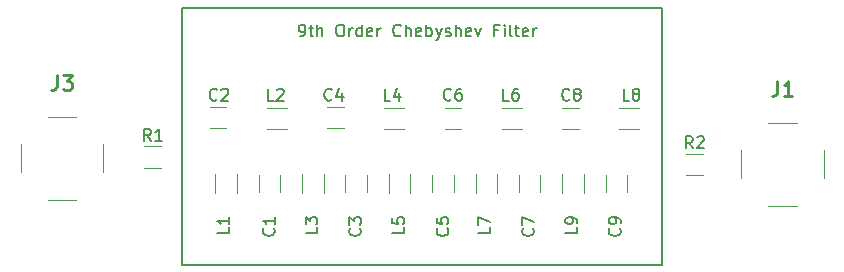
<source format=gbr>
%TF.GenerationSoftware,KiCad,Pcbnew,7.0.8-7.0.8~ubuntu22.04.1*%
%TF.CreationDate,2023-10-03T21:39:05-05:00*%
%TF.ProjectId,bandpass_filter,62616e64-7061-4737-935f-66696c746572,rev?*%
%TF.SameCoordinates,Original*%
%TF.FileFunction,Legend,Top*%
%TF.FilePolarity,Positive*%
%FSLAX46Y46*%
G04 Gerber Fmt 4.6, Leading zero omitted, Abs format (unit mm)*
G04 Created by KiCad (PCBNEW 7.0.8-7.0.8~ubuntu22.04.1) date 2023-10-03 21:39:05*
%MOMM*%
%LPD*%
G01*
G04 APERTURE LIST*
%ADD10C,0.150000*%
%ADD11C,0.254000*%
%ADD12C,0.120000*%
%ADD13C,0.100000*%
G04 APERTURE END LIST*
D10*
X48260000Y-46682966D02*
X88900000Y-46682966D01*
X88900000Y-68440677D01*
X48260000Y-68440677D01*
X48260000Y-46682966D01*
X86090392Y-54544485D02*
X85614202Y-54544485D01*
X85614202Y-54544485D02*
X85614202Y-53544485D01*
X86566583Y-53973056D02*
X86471345Y-53925437D01*
X86471345Y-53925437D02*
X86423726Y-53877818D01*
X86423726Y-53877818D02*
X86376107Y-53782580D01*
X86376107Y-53782580D02*
X86376107Y-53734961D01*
X86376107Y-53734961D02*
X86423726Y-53639723D01*
X86423726Y-53639723D02*
X86471345Y-53592104D01*
X86471345Y-53592104D02*
X86566583Y-53544485D01*
X86566583Y-53544485D02*
X86757059Y-53544485D01*
X86757059Y-53544485D02*
X86852297Y-53592104D01*
X86852297Y-53592104D02*
X86899916Y-53639723D01*
X86899916Y-53639723D02*
X86947535Y-53734961D01*
X86947535Y-53734961D02*
X86947535Y-53782580D01*
X86947535Y-53782580D02*
X86899916Y-53877818D01*
X86899916Y-53877818D02*
X86852297Y-53925437D01*
X86852297Y-53925437D02*
X86757059Y-53973056D01*
X86757059Y-53973056D02*
X86566583Y-53973056D01*
X86566583Y-53973056D02*
X86471345Y-54020675D01*
X86471345Y-54020675D02*
X86423726Y-54068294D01*
X86423726Y-54068294D02*
X86376107Y-54163532D01*
X86376107Y-54163532D02*
X86376107Y-54354008D01*
X86376107Y-54354008D02*
X86423726Y-54449246D01*
X86423726Y-54449246D02*
X86471345Y-54496866D01*
X86471345Y-54496866D02*
X86566583Y-54544485D01*
X86566583Y-54544485D02*
X86757059Y-54544485D01*
X86757059Y-54544485D02*
X86852297Y-54496866D01*
X86852297Y-54496866D02*
X86899916Y-54449246D01*
X86899916Y-54449246D02*
X86947535Y-54354008D01*
X86947535Y-54354008D02*
X86947535Y-54163532D01*
X86947535Y-54163532D02*
X86899916Y-54068294D01*
X86899916Y-54068294D02*
X86852297Y-54020675D01*
X86852297Y-54020675D02*
X86757059Y-53973056D01*
X81010392Y-54449246D02*
X80962773Y-54496866D01*
X80962773Y-54496866D02*
X80819916Y-54544485D01*
X80819916Y-54544485D02*
X80724678Y-54544485D01*
X80724678Y-54544485D02*
X80581821Y-54496866D01*
X80581821Y-54496866D02*
X80486583Y-54401627D01*
X80486583Y-54401627D02*
X80438964Y-54306389D01*
X80438964Y-54306389D02*
X80391345Y-54115913D01*
X80391345Y-54115913D02*
X80391345Y-53973056D01*
X80391345Y-53973056D02*
X80438964Y-53782580D01*
X80438964Y-53782580D02*
X80486583Y-53687342D01*
X80486583Y-53687342D02*
X80581821Y-53592104D01*
X80581821Y-53592104D02*
X80724678Y-53544485D01*
X80724678Y-53544485D02*
X80819916Y-53544485D01*
X80819916Y-53544485D02*
X80962773Y-53592104D01*
X80962773Y-53592104D02*
X81010392Y-53639723D01*
X81581821Y-53973056D02*
X81486583Y-53925437D01*
X81486583Y-53925437D02*
X81438964Y-53877818D01*
X81438964Y-53877818D02*
X81391345Y-53782580D01*
X81391345Y-53782580D02*
X81391345Y-53734961D01*
X81391345Y-53734961D02*
X81438964Y-53639723D01*
X81438964Y-53639723D02*
X81486583Y-53592104D01*
X81486583Y-53592104D02*
X81581821Y-53544485D01*
X81581821Y-53544485D02*
X81772297Y-53544485D01*
X81772297Y-53544485D02*
X81867535Y-53592104D01*
X81867535Y-53592104D02*
X81915154Y-53639723D01*
X81915154Y-53639723D02*
X81962773Y-53734961D01*
X81962773Y-53734961D02*
X81962773Y-53782580D01*
X81962773Y-53782580D02*
X81915154Y-53877818D01*
X81915154Y-53877818D02*
X81867535Y-53925437D01*
X81867535Y-53925437D02*
X81772297Y-53973056D01*
X81772297Y-53973056D02*
X81581821Y-53973056D01*
X81581821Y-53973056D02*
X81486583Y-54020675D01*
X81486583Y-54020675D02*
X81438964Y-54068294D01*
X81438964Y-54068294D02*
X81391345Y-54163532D01*
X81391345Y-54163532D02*
X81391345Y-54354008D01*
X81391345Y-54354008D02*
X81438964Y-54449246D01*
X81438964Y-54449246D02*
X81486583Y-54496866D01*
X81486583Y-54496866D02*
X81581821Y-54544485D01*
X81581821Y-54544485D02*
X81772297Y-54544485D01*
X81772297Y-54544485D02*
X81867535Y-54496866D01*
X81867535Y-54496866D02*
X81915154Y-54449246D01*
X81915154Y-54449246D02*
X81962773Y-54354008D01*
X81962773Y-54354008D02*
X81962773Y-54163532D01*
X81962773Y-54163532D02*
X81915154Y-54068294D01*
X81915154Y-54068294D02*
X81867535Y-54020675D01*
X81867535Y-54020675D02*
X81772297Y-53973056D01*
X58198293Y-49113435D02*
X58388769Y-49113435D01*
X58388769Y-49113435D02*
X58484007Y-49065816D01*
X58484007Y-49065816D02*
X58531626Y-49018196D01*
X58531626Y-49018196D02*
X58626864Y-48875339D01*
X58626864Y-48875339D02*
X58674483Y-48684863D01*
X58674483Y-48684863D02*
X58674483Y-48303911D01*
X58674483Y-48303911D02*
X58626864Y-48208673D01*
X58626864Y-48208673D02*
X58579245Y-48161054D01*
X58579245Y-48161054D02*
X58484007Y-48113435D01*
X58484007Y-48113435D02*
X58293531Y-48113435D01*
X58293531Y-48113435D02*
X58198293Y-48161054D01*
X58198293Y-48161054D02*
X58150674Y-48208673D01*
X58150674Y-48208673D02*
X58103055Y-48303911D01*
X58103055Y-48303911D02*
X58103055Y-48542006D01*
X58103055Y-48542006D02*
X58150674Y-48637244D01*
X58150674Y-48637244D02*
X58198293Y-48684863D01*
X58198293Y-48684863D02*
X58293531Y-48732482D01*
X58293531Y-48732482D02*
X58484007Y-48732482D01*
X58484007Y-48732482D02*
X58579245Y-48684863D01*
X58579245Y-48684863D02*
X58626864Y-48637244D01*
X58626864Y-48637244D02*
X58674483Y-48542006D01*
X58960198Y-48446768D02*
X59341150Y-48446768D01*
X59103055Y-48113435D02*
X59103055Y-48970577D01*
X59103055Y-48970577D02*
X59150674Y-49065816D01*
X59150674Y-49065816D02*
X59245912Y-49113435D01*
X59245912Y-49113435D02*
X59341150Y-49113435D01*
X59674484Y-49113435D02*
X59674484Y-48113435D01*
X60103055Y-49113435D02*
X60103055Y-48589625D01*
X60103055Y-48589625D02*
X60055436Y-48494387D01*
X60055436Y-48494387D02*
X59960198Y-48446768D01*
X59960198Y-48446768D02*
X59817341Y-48446768D01*
X59817341Y-48446768D02*
X59722103Y-48494387D01*
X59722103Y-48494387D02*
X59674484Y-48542006D01*
X61531627Y-48113435D02*
X61722103Y-48113435D01*
X61722103Y-48113435D02*
X61817341Y-48161054D01*
X61817341Y-48161054D02*
X61912579Y-48256292D01*
X61912579Y-48256292D02*
X61960198Y-48446768D01*
X61960198Y-48446768D02*
X61960198Y-48780101D01*
X61960198Y-48780101D02*
X61912579Y-48970577D01*
X61912579Y-48970577D02*
X61817341Y-49065816D01*
X61817341Y-49065816D02*
X61722103Y-49113435D01*
X61722103Y-49113435D02*
X61531627Y-49113435D01*
X61531627Y-49113435D02*
X61436389Y-49065816D01*
X61436389Y-49065816D02*
X61341151Y-48970577D01*
X61341151Y-48970577D02*
X61293532Y-48780101D01*
X61293532Y-48780101D02*
X61293532Y-48446768D01*
X61293532Y-48446768D02*
X61341151Y-48256292D01*
X61341151Y-48256292D02*
X61436389Y-48161054D01*
X61436389Y-48161054D02*
X61531627Y-48113435D01*
X62388770Y-49113435D02*
X62388770Y-48446768D01*
X62388770Y-48637244D02*
X62436389Y-48542006D01*
X62436389Y-48542006D02*
X62484008Y-48494387D01*
X62484008Y-48494387D02*
X62579246Y-48446768D01*
X62579246Y-48446768D02*
X62674484Y-48446768D01*
X63436389Y-49113435D02*
X63436389Y-48113435D01*
X63436389Y-49065816D02*
X63341151Y-49113435D01*
X63341151Y-49113435D02*
X63150675Y-49113435D01*
X63150675Y-49113435D02*
X63055437Y-49065816D01*
X63055437Y-49065816D02*
X63007818Y-49018196D01*
X63007818Y-49018196D02*
X62960199Y-48922958D01*
X62960199Y-48922958D02*
X62960199Y-48637244D01*
X62960199Y-48637244D02*
X63007818Y-48542006D01*
X63007818Y-48542006D02*
X63055437Y-48494387D01*
X63055437Y-48494387D02*
X63150675Y-48446768D01*
X63150675Y-48446768D02*
X63341151Y-48446768D01*
X63341151Y-48446768D02*
X63436389Y-48494387D01*
X64293532Y-49065816D02*
X64198294Y-49113435D01*
X64198294Y-49113435D02*
X64007818Y-49113435D01*
X64007818Y-49113435D02*
X63912580Y-49065816D01*
X63912580Y-49065816D02*
X63864961Y-48970577D01*
X63864961Y-48970577D02*
X63864961Y-48589625D01*
X63864961Y-48589625D02*
X63912580Y-48494387D01*
X63912580Y-48494387D02*
X64007818Y-48446768D01*
X64007818Y-48446768D02*
X64198294Y-48446768D01*
X64198294Y-48446768D02*
X64293532Y-48494387D01*
X64293532Y-48494387D02*
X64341151Y-48589625D01*
X64341151Y-48589625D02*
X64341151Y-48684863D01*
X64341151Y-48684863D02*
X63864961Y-48780101D01*
X64769723Y-49113435D02*
X64769723Y-48446768D01*
X64769723Y-48637244D02*
X64817342Y-48542006D01*
X64817342Y-48542006D02*
X64864961Y-48494387D01*
X64864961Y-48494387D02*
X64960199Y-48446768D01*
X64960199Y-48446768D02*
X65055437Y-48446768D01*
X66722104Y-49018196D02*
X66674485Y-49065816D01*
X66674485Y-49065816D02*
X66531628Y-49113435D01*
X66531628Y-49113435D02*
X66436390Y-49113435D01*
X66436390Y-49113435D02*
X66293533Y-49065816D01*
X66293533Y-49065816D02*
X66198295Y-48970577D01*
X66198295Y-48970577D02*
X66150676Y-48875339D01*
X66150676Y-48875339D02*
X66103057Y-48684863D01*
X66103057Y-48684863D02*
X66103057Y-48542006D01*
X66103057Y-48542006D02*
X66150676Y-48351530D01*
X66150676Y-48351530D02*
X66198295Y-48256292D01*
X66198295Y-48256292D02*
X66293533Y-48161054D01*
X66293533Y-48161054D02*
X66436390Y-48113435D01*
X66436390Y-48113435D02*
X66531628Y-48113435D01*
X66531628Y-48113435D02*
X66674485Y-48161054D01*
X66674485Y-48161054D02*
X66722104Y-48208673D01*
X67150676Y-49113435D02*
X67150676Y-48113435D01*
X67579247Y-49113435D02*
X67579247Y-48589625D01*
X67579247Y-48589625D02*
X67531628Y-48494387D01*
X67531628Y-48494387D02*
X67436390Y-48446768D01*
X67436390Y-48446768D02*
X67293533Y-48446768D01*
X67293533Y-48446768D02*
X67198295Y-48494387D01*
X67198295Y-48494387D02*
X67150676Y-48542006D01*
X68436390Y-49065816D02*
X68341152Y-49113435D01*
X68341152Y-49113435D02*
X68150676Y-49113435D01*
X68150676Y-49113435D02*
X68055438Y-49065816D01*
X68055438Y-49065816D02*
X68007819Y-48970577D01*
X68007819Y-48970577D02*
X68007819Y-48589625D01*
X68007819Y-48589625D02*
X68055438Y-48494387D01*
X68055438Y-48494387D02*
X68150676Y-48446768D01*
X68150676Y-48446768D02*
X68341152Y-48446768D01*
X68341152Y-48446768D02*
X68436390Y-48494387D01*
X68436390Y-48494387D02*
X68484009Y-48589625D01*
X68484009Y-48589625D02*
X68484009Y-48684863D01*
X68484009Y-48684863D02*
X68007819Y-48780101D01*
X68912581Y-49113435D02*
X68912581Y-48113435D01*
X68912581Y-48494387D02*
X69007819Y-48446768D01*
X69007819Y-48446768D02*
X69198295Y-48446768D01*
X69198295Y-48446768D02*
X69293533Y-48494387D01*
X69293533Y-48494387D02*
X69341152Y-48542006D01*
X69341152Y-48542006D02*
X69388771Y-48637244D01*
X69388771Y-48637244D02*
X69388771Y-48922958D01*
X69388771Y-48922958D02*
X69341152Y-49018196D01*
X69341152Y-49018196D02*
X69293533Y-49065816D01*
X69293533Y-49065816D02*
X69198295Y-49113435D01*
X69198295Y-49113435D02*
X69007819Y-49113435D01*
X69007819Y-49113435D02*
X68912581Y-49065816D01*
X69722105Y-48446768D02*
X69960200Y-49113435D01*
X70198295Y-48446768D02*
X69960200Y-49113435D01*
X69960200Y-49113435D02*
X69864962Y-49351530D01*
X69864962Y-49351530D02*
X69817343Y-49399149D01*
X69817343Y-49399149D02*
X69722105Y-49446768D01*
X70531629Y-49065816D02*
X70626867Y-49113435D01*
X70626867Y-49113435D02*
X70817343Y-49113435D01*
X70817343Y-49113435D02*
X70912581Y-49065816D01*
X70912581Y-49065816D02*
X70960200Y-48970577D01*
X70960200Y-48970577D02*
X70960200Y-48922958D01*
X70960200Y-48922958D02*
X70912581Y-48827720D01*
X70912581Y-48827720D02*
X70817343Y-48780101D01*
X70817343Y-48780101D02*
X70674486Y-48780101D01*
X70674486Y-48780101D02*
X70579248Y-48732482D01*
X70579248Y-48732482D02*
X70531629Y-48637244D01*
X70531629Y-48637244D02*
X70531629Y-48589625D01*
X70531629Y-48589625D02*
X70579248Y-48494387D01*
X70579248Y-48494387D02*
X70674486Y-48446768D01*
X70674486Y-48446768D02*
X70817343Y-48446768D01*
X70817343Y-48446768D02*
X70912581Y-48494387D01*
X71388772Y-49113435D02*
X71388772Y-48113435D01*
X71817343Y-49113435D02*
X71817343Y-48589625D01*
X71817343Y-48589625D02*
X71769724Y-48494387D01*
X71769724Y-48494387D02*
X71674486Y-48446768D01*
X71674486Y-48446768D02*
X71531629Y-48446768D01*
X71531629Y-48446768D02*
X71436391Y-48494387D01*
X71436391Y-48494387D02*
X71388772Y-48542006D01*
X72674486Y-49065816D02*
X72579248Y-49113435D01*
X72579248Y-49113435D02*
X72388772Y-49113435D01*
X72388772Y-49113435D02*
X72293534Y-49065816D01*
X72293534Y-49065816D02*
X72245915Y-48970577D01*
X72245915Y-48970577D02*
X72245915Y-48589625D01*
X72245915Y-48589625D02*
X72293534Y-48494387D01*
X72293534Y-48494387D02*
X72388772Y-48446768D01*
X72388772Y-48446768D02*
X72579248Y-48446768D01*
X72579248Y-48446768D02*
X72674486Y-48494387D01*
X72674486Y-48494387D02*
X72722105Y-48589625D01*
X72722105Y-48589625D02*
X72722105Y-48684863D01*
X72722105Y-48684863D02*
X72245915Y-48780101D01*
X73055439Y-48446768D02*
X73293534Y-49113435D01*
X73293534Y-49113435D02*
X73531629Y-48446768D01*
X75007820Y-48589625D02*
X74674487Y-48589625D01*
X74674487Y-49113435D02*
X74674487Y-48113435D01*
X74674487Y-48113435D02*
X75150677Y-48113435D01*
X75531630Y-49113435D02*
X75531630Y-48446768D01*
X75531630Y-48113435D02*
X75484011Y-48161054D01*
X75484011Y-48161054D02*
X75531630Y-48208673D01*
X75531630Y-48208673D02*
X75579249Y-48161054D01*
X75579249Y-48161054D02*
X75531630Y-48113435D01*
X75531630Y-48113435D02*
X75531630Y-48208673D01*
X76150677Y-49113435D02*
X76055439Y-49065816D01*
X76055439Y-49065816D02*
X76007820Y-48970577D01*
X76007820Y-48970577D02*
X76007820Y-48113435D01*
X76388773Y-48446768D02*
X76769725Y-48446768D01*
X76531630Y-48113435D02*
X76531630Y-48970577D01*
X76531630Y-48970577D02*
X76579249Y-49065816D01*
X76579249Y-49065816D02*
X76674487Y-49113435D01*
X76674487Y-49113435D02*
X76769725Y-49113435D01*
X77484011Y-49065816D02*
X77388773Y-49113435D01*
X77388773Y-49113435D02*
X77198297Y-49113435D01*
X77198297Y-49113435D02*
X77103059Y-49065816D01*
X77103059Y-49065816D02*
X77055440Y-48970577D01*
X77055440Y-48970577D02*
X77055440Y-48589625D01*
X77055440Y-48589625D02*
X77103059Y-48494387D01*
X77103059Y-48494387D02*
X77198297Y-48446768D01*
X77198297Y-48446768D02*
X77388773Y-48446768D01*
X77388773Y-48446768D02*
X77484011Y-48494387D01*
X77484011Y-48494387D02*
X77531630Y-48589625D01*
X77531630Y-48589625D02*
X77531630Y-48684863D01*
X77531630Y-48684863D02*
X77055440Y-48780101D01*
X77960202Y-49113435D02*
X77960202Y-48446768D01*
X77960202Y-48637244D02*
X78007821Y-48542006D01*
X78007821Y-48542006D02*
X78055440Y-48494387D01*
X78055440Y-48494387D02*
X78150678Y-48446768D01*
X78150678Y-48446768D02*
X78245916Y-48446768D01*
X74280945Y-65285239D02*
X74280945Y-65761429D01*
X74280945Y-65761429D02*
X73280945Y-65761429D01*
X73280945Y-65047143D02*
X73280945Y-64380477D01*
X73280945Y-64380477D02*
X74280945Y-64809048D01*
X45566741Y-57950319D02*
X45233408Y-57474128D01*
X44995313Y-57950319D02*
X44995313Y-56950319D01*
X44995313Y-56950319D02*
X45376265Y-56950319D01*
X45376265Y-56950319D02*
X45471503Y-56997938D01*
X45471503Y-56997938D02*
X45519122Y-57045557D01*
X45519122Y-57045557D02*
X45566741Y-57140795D01*
X45566741Y-57140795D02*
X45566741Y-57283652D01*
X45566741Y-57283652D02*
X45519122Y-57378890D01*
X45519122Y-57378890D02*
X45471503Y-57426509D01*
X45471503Y-57426509D02*
X45376265Y-57474128D01*
X45376265Y-57474128D02*
X44995313Y-57474128D01*
X46519122Y-57950319D02*
X45947694Y-57950319D01*
X46233408Y-57950319D02*
X46233408Y-56950319D01*
X46233408Y-56950319D02*
X46138170Y-57093176D01*
X46138170Y-57093176D02*
X46042932Y-57188414D01*
X46042932Y-57188414D02*
X45947694Y-57236033D01*
X67041638Y-65287185D02*
X67041638Y-65763375D01*
X67041638Y-65763375D02*
X66041638Y-65763375D01*
X66041638Y-64477661D02*
X66041638Y-64953851D01*
X66041638Y-64953851D02*
X66517828Y-65001470D01*
X66517828Y-65001470D02*
X66470209Y-64953851D01*
X66470209Y-64953851D02*
X66422590Y-64858613D01*
X66422590Y-64858613D02*
X66422590Y-64620518D01*
X66422590Y-64620518D02*
X66470209Y-64525280D01*
X66470209Y-64525280D02*
X66517828Y-64477661D01*
X66517828Y-64477661D02*
X66613066Y-64430042D01*
X66613066Y-64430042D02*
X66851161Y-64430042D01*
X66851161Y-64430042D02*
X66946399Y-64477661D01*
X66946399Y-64477661D02*
X66994019Y-64525280D01*
X66994019Y-64525280D02*
X67041638Y-64620518D01*
X67041638Y-64620518D02*
X67041638Y-64858613D01*
X67041638Y-64858613D02*
X66994019Y-64953851D01*
X66994019Y-64953851D02*
X66946399Y-65001470D01*
X55973633Y-65375612D02*
X56021253Y-65423231D01*
X56021253Y-65423231D02*
X56068872Y-65566088D01*
X56068872Y-65566088D02*
X56068872Y-65661326D01*
X56068872Y-65661326D02*
X56021253Y-65804183D01*
X56021253Y-65804183D02*
X55926014Y-65899421D01*
X55926014Y-65899421D02*
X55830776Y-65947040D01*
X55830776Y-65947040D02*
X55640300Y-65994659D01*
X55640300Y-65994659D02*
X55497443Y-65994659D01*
X55497443Y-65994659D02*
X55306967Y-65947040D01*
X55306967Y-65947040D02*
X55211729Y-65899421D01*
X55211729Y-65899421D02*
X55116491Y-65804183D01*
X55116491Y-65804183D02*
X55068872Y-65661326D01*
X55068872Y-65661326D02*
X55068872Y-65566088D01*
X55068872Y-65566088D02*
X55116491Y-65423231D01*
X55116491Y-65423231D02*
X55164110Y-65375612D01*
X56068872Y-64423231D02*
X56068872Y-64994659D01*
X56068872Y-64708945D02*
X55068872Y-64708945D01*
X55068872Y-64708945D02*
X55211729Y-64804183D01*
X55211729Y-64804183D02*
X55306967Y-64899421D01*
X55306967Y-64899421D02*
X55354586Y-64994659D01*
X63269843Y-65377558D02*
X63317463Y-65425177D01*
X63317463Y-65425177D02*
X63365082Y-65568034D01*
X63365082Y-65568034D02*
X63365082Y-65663272D01*
X63365082Y-65663272D02*
X63317463Y-65806129D01*
X63317463Y-65806129D02*
X63222224Y-65901367D01*
X63222224Y-65901367D02*
X63126986Y-65948986D01*
X63126986Y-65948986D02*
X62936510Y-65996605D01*
X62936510Y-65996605D02*
X62793653Y-65996605D01*
X62793653Y-65996605D02*
X62603177Y-65948986D01*
X62603177Y-65948986D02*
X62507939Y-65901367D01*
X62507939Y-65901367D02*
X62412701Y-65806129D01*
X62412701Y-65806129D02*
X62365082Y-65663272D01*
X62365082Y-65663272D02*
X62365082Y-65568034D01*
X62365082Y-65568034D02*
X62412701Y-65425177D01*
X62412701Y-65425177D02*
X62460320Y-65377558D01*
X62365082Y-65044224D02*
X62365082Y-64425177D01*
X62365082Y-64425177D02*
X62746034Y-64758510D01*
X62746034Y-64758510D02*
X62746034Y-64615653D01*
X62746034Y-64615653D02*
X62793653Y-64520415D01*
X62793653Y-64520415D02*
X62841272Y-64472796D01*
X62841272Y-64472796D02*
X62936510Y-64425177D01*
X62936510Y-64425177D02*
X63174605Y-64425177D01*
X63174605Y-64425177D02*
X63269843Y-64472796D01*
X63269843Y-64472796D02*
X63317463Y-64520415D01*
X63317463Y-64520415D02*
X63365082Y-64615653D01*
X63365082Y-64615653D02*
X63365082Y-64901367D01*
X63365082Y-64901367D02*
X63317463Y-64996605D01*
X63317463Y-64996605D02*
X63269843Y-65044224D01*
X77919165Y-65379504D02*
X77966785Y-65427123D01*
X77966785Y-65427123D02*
X78014404Y-65569980D01*
X78014404Y-65569980D02*
X78014404Y-65665218D01*
X78014404Y-65665218D02*
X77966785Y-65808075D01*
X77966785Y-65808075D02*
X77871546Y-65903313D01*
X77871546Y-65903313D02*
X77776308Y-65950932D01*
X77776308Y-65950932D02*
X77585832Y-65998551D01*
X77585832Y-65998551D02*
X77442975Y-65998551D01*
X77442975Y-65998551D02*
X77252499Y-65950932D01*
X77252499Y-65950932D02*
X77157261Y-65903313D01*
X77157261Y-65903313D02*
X77062023Y-65808075D01*
X77062023Y-65808075D02*
X77014404Y-65665218D01*
X77014404Y-65665218D02*
X77014404Y-65569980D01*
X77014404Y-65569980D02*
X77062023Y-65427123D01*
X77062023Y-65427123D02*
X77109642Y-65379504D01*
X77014404Y-65046170D02*
X77014404Y-64379504D01*
X77014404Y-64379504D02*
X78014404Y-64808075D01*
X75895137Y-54544485D02*
X75418947Y-54544485D01*
X75418947Y-54544485D02*
X75418947Y-53544485D01*
X76657042Y-53544485D02*
X76466566Y-53544485D01*
X76466566Y-53544485D02*
X76371328Y-53592104D01*
X76371328Y-53592104D02*
X76323709Y-53639723D01*
X76323709Y-53639723D02*
X76228471Y-53782580D01*
X76228471Y-53782580D02*
X76180852Y-53973056D01*
X76180852Y-53973056D02*
X76180852Y-54354008D01*
X76180852Y-54354008D02*
X76228471Y-54449246D01*
X76228471Y-54449246D02*
X76276090Y-54496866D01*
X76276090Y-54496866D02*
X76371328Y-54544485D01*
X76371328Y-54544485D02*
X76561804Y-54544485D01*
X76561804Y-54544485D02*
X76657042Y-54496866D01*
X76657042Y-54496866D02*
X76704661Y-54449246D01*
X76704661Y-54449246D02*
X76752280Y-54354008D01*
X76752280Y-54354008D02*
X76752280Y-54115913D01*
X76752280Y-54115913D02*
X76704661Y-54020675D01*
X76704661Y-54020675D02*
X76657042Y-53973056D01*
X76657042Y-53973056D02*
X76561804Y-53925437D01*
X76561804Y-53925437D02*
X76371328Y-53925437D01*
X76371328Y-53925437D02*
X76276090Y-53973056D01*
X76276090Y-53973056D02*
X76228471Y-54020675D01*
X76228471Y-54020675D02*
X76180852Y-54115913D01*
X51169949Y-54449246D02*
X51122330Y-54496866D01*
X51122330Y-54496866D02*
X50979473Y-54544485D01*
X50979473Y-54544485D02*
X50884235Y-54544485D01*
X50884235Y-54544485D02*
X50741378Y-54496866D01*
X50741378Y-54496866D02*
X50646140Y-54401627D01*
X50646140Y-54401627D02*
X50598521Y-54306389D01*
X50598521Y-54306389D02*
X50550902Y-54115913D01*
X50550902Y-54115913D02*
X50550902Y-53973056D01*
X50550902Y-53973056D02*
X50598521Y-53782580D01*
X50598521Y-53782580D02*
X50646140Y-53687342D01*
X50646140Y-53687342D02*
X50741378Y-53592104D01*
X50741378Y-53592104D02*
X50884235Y-53544485D01*
X50884235Y-53544485D02*
X50979473Y-53544485D01*
X50979473Y-53544485D02*
X51122330Y-53592104D01*
X51122330Y-53592104D02*
X51169949Y-53639723D01*
X51550902Y-53639723D02*
X51598521Y-53592104D01*
X51598521Y-53592104D02*
X51693759Y-53544485D01*
X51693759Y-53544485D02*
X51931854Y-53544485D01*
X51931854Y-53544485D02*
X52027092Y-53592104D01*
X52027092Y-53592104D02*
X52074711Y-53639723D01*
X52074711Y-53639723D02*
X52122330Y-53734961D01*
X52122330Y-53734961D02*
X52122330Y-53830199D01*
X52122330Y-53830199D02*
X52074711Y-53973056D01*
X52074711Y-53973056D02*
X51503283Y-54544485D01*
X51503283Y-54544485D02*
X52122330Y-54544485D01*
X81690961Y-65288158D02*
X81690961Y-65764348D01*
X81690961Y-65764348D02*
X80690961Y-65764348D01*
X81690961Y-64907205D02*
X81690961Y-64716729D01*
X81690961Y-64716729D02*
X81643342Y-64621491D01*
X81643342Y-64621491D02*
X81595722Y-64573872D01*
X81595722Y-64573872D02*
X81452865Y-64478634D01*
X81452865Y-64478634D02*
X81262389Y-64431015D01*
X81262389Y-64431015D02*
X80881437Y-64431015D01*
X80881437Y-64431015D02*
X80786199Y-64478634D01*
X80786199Y-64478634D02*
X80738580Y-64526253D01*
X80738580Y-64526253D02*
X80690961Y-64621491D01*
X80690961Y-64621491D02*
X80690961Y-64811967D01*
X80690961Y-64811967D02*
X80738580Y-64907205D01*
X80738580Y-64907205D02*
X80786199Y-64954824D01*
X80786199Y-64954824D02*
X80881437Y-65002443D01*
X80881437Y-65002443D02*
X81119532Y-65002443D01*
X81119532Y-65002443D02*
X81214770Y-64954824D01*
X81214770Y-64954824D02*
X81262389Y-64907205D01*
X81262389Y-64907205D02*
X81310008Y-64811967D01*
X81310008Y-64811967D02*
X81310008Y-64621491D01*
X81310008Y-64621491D02*
X81262389Y-64526253D01*
X81262389Y-64526253D02*
X81214770Y-64478634D01*
X81214770Y-64478634D02*
X81119532Y-64431015D01*
X70679859Y-65376585D02*
X70727479Y-65424204D01*
X70727479Y-65424204D02*
X70775098Y-65567061D01*
X70775098Y-65567061D02*
X70775098Y-65662299D01*
X70775098Y-65662299D02*
X70727479Y-65805156D01*
X70727479Y-65805156D02*
X70632240Y-65900394D01*
X70632240Y-65900394D02*
X70537002Y-65948013D01*
X70537002Y-65948013D02*
X70346526Y-65995632D01*
X70346526Y-65995632D02*
X70203669Y-65995632D01*
X70203669Y-65995632D02*
X70013193Y-65948013D01*
X70013193Y-65948013D02*
X69917955Y-65900394D01*
X69917955Y-65900394D02*
X69822717Y-65805156D01*
X69822717Y-65805156D02*
X69775098Y-65662299D01*
X69775098Y-65662299D02*
X69775098Y-65567061D01*
X69775098Y-65567061D02*
X69822717Y-65424204D01*
X69822717Y-65424204D02*
X69870336Y-65376585D01*
X69775098Y-64471823D02*
X69775098Y-64948013D01*
X69775098Y-64948013D02*
X70251288Y-64995632D01*
X70251288Y-64995632D02*
X70203669Y-64948013D01*
X70203669Y-64948013D02*
X70156050Y-64852775D01*
X70156050Y-64852775D02*
X70156050Y-64614680D01*
X70156050Y-64614680D02*
X70203669Y-64519442D01*
X70203669Y-64519442D02*
X70251288Y-64471823D01*
X70251288Y-64471823D02*
X70346526Y-64424204D01*
X70346526Y-64424204D02*
X70584621Y-64424204D01*
X70584621Y-64424204D02*
X70679859Y-64471823D01*
X70679859Y-64471823D02*
X70727479Y-64519442D01*
X70727479Y-64519442D02*
X70775098Y-64614680D01*
X70775098Y-64614680D02*
X70775098Y-64852775D01*
X70775098Y-64852775D02*
X70727479Y-64948013D01*
X70727479Y-64948013D02*
X70679859Y-64995632D01*
X85272280Y-65378531D02*
X85319900Y-65426150D01*
X85319900Y-65426150D02*
X85367519Y-65569007D01*
X85367519Y-65569007D02*
X85367519Y-65664245D01*
X85367519Y-65664245D02*
X85319900Y-65807102D01*
X85319900Y-65807102D02*
X85224661Y-65902340D01*
X85224661Y-65902340D02*
X85129423Y-65949959D01*
X85129423Y-65949959D02*
X84938947Y-65997578D01*
X84938947Y-65997578D02*
X84796090Y-65997578D01*
X84796090Y-65997578D02*
X84605614Y-65949959D01*
X84605614Y-65949959D02*
X84510376Y-65902340D01*
X84510376Y-65902340D02*
X84415138Y-65807102D01*
X84415138Y-65807102D02*
X84367519Y-65664245D01*
X84367519Y-65664245D02*
X84367519Y-65569007D01*
X84367519Y-65569007D02*
X84415138Y-65426150D01*
X84415138Y-65426150D02*
X84462757Y-65378531D01*
X85367519Y-64902340D02*
X85367519Y-64711864D01*
X85367519Y-64711864D02*
X85319900Y-64616626D01*
X85319900Y-64616626D02*
X85272280Y-64569007D01*
X85272280Y-64569007D02*
X85129423Y-64473769D01*
X85129423Y-64473769D02*
X84938947Y-64426150D01*
X84938947Y-64426150D02*
X84557995Y-64426150D01*
X84557995Y-64426150D02*
X84462757Y-64473769D01*
X84462757Y-64473769D02*
X84415138Y-64521388D01*
X84415138Y-64521388D02*
X84367519Y-64616626D01*
X84367519Y-64616626D02*
X84367519Y-64807102D01*
X84367519Y-64807102D02*
X84415138Y-64902340D01*
X84415138Y-64902340D02*
X84462757Y-64949959D01*
X84462757Y-64949959D02*
X84557995Y-64997578D01*
X84557995Y-64997578D02*
X84796090Y-64997578D01*
X84796090Y-64997578D02*
X84891328Y-64949959D01*
X84891328Y-64949959D02*
X84938947Y-64902340D01*
X84938947Y-64902340D02*
X84986566Y-64807102D01*
X84986566Y-64807102D02*
X84986566Y-64616626D01*
X84986566Y-64616626D02*
X84938947Y-64521388D01*
X84938947Y-64521388D02*
X84891328Y-64473769D01*
X84891328Y-64473769D02*
X84796090Y-64426150D01*
X52221606Y-65286212D02*
X52221606Y-65762402D01*
X52221606Y-65762402D02*
X51221606Y-65762402D01*
X52221606Y-64429069D02*
X52221606Y-65000497D01*
X52221606Y-64714783D02*
X51221606Y-64714783D01*
X51221606Y-64714783D02*
X51364463Y-64810021D01*
X51364463Y-64810021D02*
X51459701Y-64905259D01*
X51459701Y-64905259D02*
X51507320Y-65000497D01*
X59688526Y-65279401D02*
X59688526Y-65755591D01*
X59688526Y-65755591D02*
X58688526Y-65755591D01*
X58688526Y-65041305D02*
X58688526Y-64422258D01*
X58688526Y-64422258D02*
X59069478Y-64755591D01*
X59069478Y-64755591D02*
X59069478Y-64612734D01*
X59069478Y-64612734D02*
X59117097Y-64517496D01*
X59117097Y-64517496D02*
X59164716Y-64469877D01*
X59164716Y-64469877D02*
X59259954Y-64422258D01*
X59259954Y-64422258D02*
X59498049Y-64422258D01*
X59498049Y-64422258D02*
X59593287Y-64469877D01*
X59593287Y-64469877D02*
X59640907Y-64517496D01*
X59640907Y-64517496D02*
X59688526Y-64612734D01*
X59688526Y-64612734D02*
X59688526Y-64898448D01*
X59688526Y-64898448D02*
X59640907Y-64993686D01*
X59640907Y-64993686D02*
X59593287Y-65041305D01*
X55979030Y-54544485D02*
X55502840Y-54544485D01*
X55502840Y-54544485D02*
X55502840Y-53544485D01*
X56264745Y-53639723D02*
X56312364Y-53592104D01*
X56312364Y-53592104D02*
X56407602Y-53544485D01*
X56407602Y-53544485D02*
X56645697Y-53544485D01*
X56645697Y-53544485D02*
X56740935Y-53592104D01*
X56740935Y-53592104D02*
X56788554Y-53639723D01*
X56788554Y-53639723D02*
X56836173Y-53734961D01*
X56836173Y-53734961D02*
X56836173Y-53830199D01*
X56836173Y-53830199D02*
X56788554Y-53973056D01*
X56788554Y-53973056D02*
X56217126Y-54544485D01*
X56217126Y-54544485D02*
X56836173Y-54544485D01*
D11*
X37641667Y-52393625D02*
X37641667Y-53300768D01*
X37641667Y-53300768D02*
X37581190Y-53482196D01*
X37581190Y-53482196D02*
X37460238Y-53603149D01*
X37460238Y-53603149D02*
X37278809Y-53663625D01*
X37278809Y-53663625D02*
X37157857Y-53663625D01*
X38125476Y-52393625D02*
X38911667Y-52393625D01*
X38911667Y-52393625D02*
X38488333Y-52877434D01*
X38488333Y-52877434D02*
X38669762Y-52877434D01*
X38669762Y-52877434D02*
X38790714Y-52937910D01*
X38790714Y-52937910D02*
X38851190Y-52998387D01*
X38851190Y-52998387D02*
X38911667Y-53119339D01*
X38911667Y-53119339D02*
X38911667Y-53421720D01*
X38911667Y-53421720D02*
X38851190Y-53542672D01*
X38851190Y-53542672D02*
X38790714Y-53603149D01*
X38790714Y-53603149D02*
X38669762Y-53663625D01*
X38669762Y-53663625D02*
X38306905Y-53663625D01*
X38306905Y-53663625D02*
X38185952Y-53603149D01*
X38185952Y-53603149D02*
X38125476Y-53542672D01*
D10*
X65870004Y-54544485D02*
X65393814Y-54544485D01*
X65393814Y-54544485D02*
X65393814Y-53544485D01*
X66631909Y-53877818D02*
X66631909Y-54544485D01*
X66393814Y-53496866D02*
X66155719Y-54211151D01*
X66155719Y-54211151D02*
X66774766Y-54211151D01*
D11*
X98636667Y-52905755D02*
X98636667Y-53812898D01*
X98636667Y-53812898D02*
X98576190Y-53994326D01*
X98576190Y-53994326D02*
X98455238Y-54115279D01*
X98455238Y-54115279D02*
X98273809Y-54175755D01*
X98273809Y-54175755D02*
X98152857Y-54175755D01*
X99906667Y-54175755D02*
X99180952Y-54175755D01*
X99543809Y-54175755D02*
X99543809Y-52905755D01*
X99543809Y-52905755D02*
X99422857Y-53087183D01*
X99422857Y-53087183D02*
X99301905Y-53208136D01*
X99301905Y-53208136D02*
X99180952Y-53268612D01*
D10*
X70992849Y-54449246D02*
X70945230Y-54496866D01*
X70945230Y-54496866D02*
X70802373Y-54544485D01*
X70802373Y-54544485D02*
X70707135Y-54544485D01*
X70707135Y-54544485D02*
X70564278Y-54496866D01*
X70564278Y-54496866D02*
X70469040Y-54401627D01*
X70469040Y-54401627D02*
X70421421Y-54306389D01*
X70421421Y-54306389D02*
X70373802Y-54115913D01*
X70373802Y-54115913D02*
X70373802Y-53973056D01*
X70373802Y-53973056D02*
X70421421Y-53782580D01*
X70421421Y-53782580D02*
X70469040Y-53687342D01*
X70469040Y-53687342D02*
X70564278Y-53592104D01*
X70564278Y-53592104D02*
X70707135Y-53544485D01*
X70707135Y-53544485D02*
X70802373Y-53544485D01*
X70802373Y-53544485D02*
X70945230Y-53592104D01*
X70945230Y-53592104D02*
X70992849Y-53639723D01*
X71849992Y-53544485D02*
X71659516Y-53544485D01*
X71659516Y-53544485D02*
X71564278Y-53592104D01*
X71564278Y-53592104D02*
X71516659Y-53639723D01*
X71516659Y-53639723D02*
X71421421Y-53782580D01*
X71421421Y-53782580D02*
X71373802Y-53973056D01*
X71373802Y-53973056D02*
X71373802Y-54354008D01*
X71373802Y-54354008D02*
X71421421Y-54449246D01*
X71421421Y-54449246D02*
X71469040Y-54496866D01*
X71469040Y-54496866D02*
X71564278Y-54544485D01*
X71564278Y-54544485D02*
X71754754Y-54544485D01*
X71754754Y-54544485D02*
X71849992Y-54496866D01*
X71849992Y-54496866D02*
X71897611Y-54449246D01*
X71897611Y-54449246D02*
X71945230Y-54354008D01*
X71945230Y-54354008D02*
X71945230Y-54115913D01*
X71945230Y-54115913D02*
X71897611Y-54020675D01*
X71897611Y-54020675D02*
X71849992Y-53973056D01*
X71849992Y-53973056D02*
X71754754Y-53925437D01*
X71754754Y-53925437D02*
X71564278Y-53925437D01*
X71564278Y-53925437D02*
X71469040Y-53973056D01*
X71469040Y-53973056D02*
X71421421Y-54020675D01*
X71421421Y-54020675D02*
X71373802Y-54115913D01*
X60895711Y-54449246D02*
X60848092Y-54496866D01*
X60848092Y-54496866D02*
X60705235Y-54544485D01*
X60705235Y-54544485D02*
X60609997Y-54544485D01*
X60609997Y-54544485D02*
X60467140Y-54496866D01*
X60467140Y-54496866D02*
X60371902Y-54401627D01*
X60371902Y-54401627D02*
X60324283Y-54306389D01*
X60324283Y-54306389D02*
X60276664Y-54115913D01*
X60276664Y-54115913D02*
X60276664Y-53973056D01*
X60276664Y-53973056D02*
X60324283Y-53782580D01*
X60324283Y-53782580D02*
X60371902Y-53687342D01*
X60371902Y-53687342D02*
X60467140Y-53592104D01*
X60467140Y-53592104D02*
X60609997Y-53544485D01*
X60609997Y-53544485D02*
X60705235Y-53544485D01*
X60705235Y-53544485D02*
X60848092Y-53592104D01*
X60848092Y-53592104D02*
X60895711Y-53639723D01*
X61752854Y-53877818D02*
X61752854Y-54544485D01*
X61514759Y-53496866D02*
X61276664Y-54211151D01*
X61276664Y-54211151D02*
X61895711Y-54211151D01*
X91464776Y-58576256D02*
X91131443Y-58100065D01*
X90893348Y-58576256D02*
X90893348Y-57576256D01*
X90893348Y-57576256D02*
X91274300Y-57576256D01*
X91274300Y-57576256D02*
X91369538Y-57623875D01*
X91369538Y-57623875D02*
X91417157Y-57671494D01*
X91417157Y-57671494D02*
X91464776Y-57766732D01*
X91464776Y-57766732D02*
X91464776Y-57909589D01*
X91464776Y-57909589D02*
X91417157Y-58004827D01*
X91417157Y-58004827D02*
X91369538Y-58052446D01*
X91369538Y-58052446D02*
X91274300Y-58100065D01*
X91274300Y-58100065D02*
X90893348Y-58100065D01*
X91845729Y-57671494D02*
X91893348Y-57623875D01*
X91893348Y-57623875D02*
X91988586Y-57576256D01*
X91988586Y-57576256D02*
X92226681Y-57576256D01*
X92226681Y-57576256D02*
X92321919Y-57623875D01*
X92321919Y-57623875D02*
X92369538Y-57671494D01*
X92369538Y-57671494D02*
X92417157Y-57766732D01*
X92417157Y-57766732D02*
X92417157Y-57861970D01*
X92417157Y-57861970D02*
X92369538Y-58004827D01*
X92369538Y-58004827D02*
X91798110Y-58576256D01*
X91798110Y-58576256D02*
X92417157Y-58576256D01*
D12*
%TO.C,L7*%
X74895565Y-60730234D02*
X74895565Y-62400718D01*
X73075565Y-60730234D02*
X73075565Y-62400718D01*
%TO.C,R1*%
X45006344Y-58405500D02*
X46460472Y-58405500D01*
X45006344Y-60225500D02*
X46460472Y-60225500D01*
%TO.C,L5*%
X67550721Y-60730234D02*
X67550721Y-62400718D01*
X65730721Y-60730234D02*
X65730721Y-62400718D01*
%TO.C,C8*%
X80394526Y-55139029D02*
X81817030Y-55139029D01*
X80394526Y-56959029D02*
X81817030Y-56959029D01*
%TO.C,C1*%
X56533455Y-60854224D02*
X56533455Y-62276728D01*
X54713455Y-60854224D02*
X54713455Y-62276728D01*
%TO.C,C3*%
X63878299Y-60854224D02*
X63878299Y-62276728D01*
X62058299Y-60854224D02*
X62058299Y-62276728D01*
%TO.C,C7*%
X78567987Y-60854224D02*
X78567987Y-62276728D01*
X76747987Y-60854224D02*
X76747987Y-62276728D01*
%TO.C,L6*%
X75299108Y-55139029D02*
X76969592Y-55139029D01*
X75299108Y-56959029D02*
X76969592Y-56959029D01*
%TO.C,C2*%
X50565958Y-55080889D02*
X51988462Y-55080889D01*
X50565958Y-56900889D02*
X51988462Y-56900889D01*
%TO.C,L9*%
X82240409Y-60730234D02*
X82240409Y-62400718D01*
X80420409Y-60730234D02*
X80420409Y-62400718D01*
%TO.C,C5*%
X71223143Y-60854224D02*
X71223143Y-62276728D01*
X69403143Y-60854224D02*
X69403143Y-62276728D01*
%TO.C,C9*%
X85912832Y-60854224D02*
X85912832Y-62276728D01*
X84092832Y-60854224D02*
X84092832Y-62276728D01*
%TO.C,L1*%
X52861033Y-60730234D02*
X52861033Y-62400718D01*
X51041033Y-60730234D02*
X51041033Y-62400718D01*
%TO.C,L3*%
X60205877Y-60730234D02*
X60205877Y-62400718D01*
X58385877Y-60730234D02*
X58385877Y-62400718D01*
%TO.C,L2*%
X55413396Y-55139029D02*
X57083880Y-55139029D01*
X55413396Y-56959029D02*
X57083880Y-56959029D01*
D13*
%TO.C,J3*%
X34565000Y-58229307D02*
X34565000Y-60629307D01*
X36865000Y-55929307D02*
X39265000Y-55929307D01*
X36865000Y-62929307D02*
X39265000Y-62929307D01*
X41565000Y-60629307D02*
X41565000Y-58229307D01*
D12*
%TO.C,L4*%
X65356252Y-55139029D02*
X67026736Y-55139029D01*
X65356252Y-56959029D02*
X67026736Y-56959029D01*
D13*
%TO.C,J1*%
X95560000Y-58741437D02*
X95560000Y-61141437D01*
X97860000Y-56441437D02*
X100260000Y-56441437D01*
X97860000Y-63441437D02*
X100260000Y-63441437D01*
X102560000Y-61141437D02*
X102560000Y-58741437D01*
D12*
%TO.C,C6*%
X70451670Y-55139029D02*
X71874174Y-55139029D01*
X70451670Y-56959029D02*
X71874174Y-56959029D01*
%TO.C,C4*%
X60508814Y-55072058D02*
X61931318Y-55072058D01*
X60508814Y-56892058D02*
X61931318Y-56892058D01*
%TO.C,R2*%
X90904379Y-59031437D02*
X92358507Y-59031437D01*
X90904379Y-60851437D02*
X92358507Y-60851437D01*
%TO.C,L8*%
X85241968Y-55139029D02*
X86912452Y-55139029D01*
X85241968Y-56959029D02*
X86912452Y-56959029D01*
%TD*%
M02*

</source>
